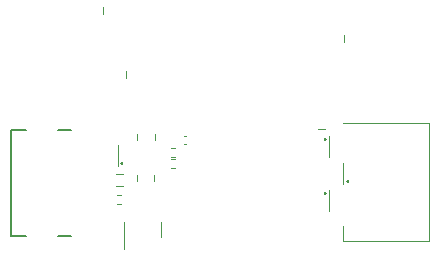
<source format=gbr>
%TF.GenerationSoftware,KiCad,Pcbnew,5.99.0-5f22025611*%
%TF.CreationDate,2021-06-18T16:30:17+00:00*%
%TF.ProjectId,driver,64726976-6572-42e6-9b69-6361645f7063,rev?*%
%TF.SameCoordinates,Original*%
%TF.FileFunction,Legend,Top*%
%TF.FilePolarity,Positive*%
%FSLAX46Y46*%
G04 Gerber Fmt 4.6, Leading zero omitted, Abs format (unit mm)*
G04 Created by KiCad (PCBNEW 5.99.0-5f22025611) date 2021-06-18 16:30:17*
%MOMM*%
%LPD*%
G01*
G04 APERTURE LIST*
%ADD10C,0.120000*%
%ADD11C,0.127000*%
G04 APERTURE END LIST*
D10*
%TO.C,D111*%
X70740000Y-79150000D02*
X70740000Y-80825000D01*
X73860000Y-79150000D02*
X73860000Y-78500000D01*
X73860000Y-79150000D02*
X73860000Y-79800000D01*
X70740000Y-79150000D02*
X70740000Y-78500000D01*
%TO.C,D112*%
X87790000Y-70670000D02*
X87210000Y-70670000D01*
%TO.C,D102*%
X70690000Y-75470000D02*
X70110000Y-75470000D01*
%TO.C,D110*%
X89370000Y-62710000D02*
X89370000Y-63290000D01*
%TO.C,D109*%
X70880000Y-66290000D02*
X70880000Y-65710000D01*
%TO.C,D104*%
X75053641Y-72980000D02*
X74746359Y-72980000D01*
X75053641Y-72220000D02*
X74746359Y-72220000D01*
%TO.C,C102*%
X73335000Y-71561252D02*
X73335000Y-71038748D01*
X71865000Y-71561252D02*
X71865000Y-71038748D01*
%TO.C,D106*%
X89325000Y-75300000D02*
X89325000Y-73500000D01*
X89700000Y-74925000D02*
X89700000Y-75125000D01*
X89700000Y-75125000D02*
X89550000Y-75025000D01*
X89550000Y-75025000D02*
X89700000Y-74925000D01*
G36*
X89700000Y-75125000D02*
G01*
X89550000Y-75025000D01*
X89700000Y-74925000D01*
X89700000Y-75125000D01*
G37*
X89700000Y-75125000D02*
X89550000Y-75025000D01*
X89700000Y-74925000D01*
X89700000Y-75125000D01*
%TO.C,R103*%
X74746359Y-73220000D02*
X75053641Y-73220000D01*
X74746359Y-73980000D02*
X75053641Y-73980000D01*
%TO.C,J102*%
X90600000Y-80170000D02*
X96569000Y-80170000D01*
X89330000Y-78900000D02*
X89330000Y-80170000D01*
X89330000Y-80170000D02*
X90600000Y-80170000D01*
X96569000Y-80170000D02*
X96569000Y-70137000D01*
X96569000Y-70137000D02*
X89330000Y-70137000D01*
D11*
%TO.C,J101*%
X65150000Y-79670000D02*
X66250000Y-79670000D01*
X65150000Y-70730000D02*
X66250000Y-70730000D01*
X61200000Y-70730000D02*
X61200000Y-79670000D01*
X61200000Y-70730000D02*
X62450000Y-70730000D01*
X61200000Y-79670000D02*
X62450000Y-79670000D01*
D10*
%TO.C,C103*%
X75792164Y-71240000D02*
X76007836Y-71240000D01*
X75792164Y-71960000D02*
X76007836Y-71960000D01*
%TO.C,D107*%
X88075000Y-71225000D02*
X88075000Y-73025000D01*
X87700000Y-71600000D02*
X87700000Y-71400000D01*
X87700000Y-71400000D02*
X87850000Y-71500000D01*
X87850000Y-71500000D02*
X87700000Y-71600000D01*
G36*
X87850000Y-71500000D02*
G01*
X87700000Y-71600000D01*
X87700000Y-71400000D01*
X87850000Y-71500000D01*
G37*
X87850000Y-71500000D02*
X87700000Y-71600000D01*
X87700000Y-71400000D01*
X87850000Y-71500000D01*
%TO.C,D103*%
X70690000Y-74470000D02*
X70110000Y-74470000D01*
%TO.C,R107*%
X70196359Y-76270000D02*
X70503641Y-76270000D01*
X70196359Y-77030000D02*
X70503641Y-77030000D01*
%TO.C,F101*%
X73285000Y-74572936D02*
X73285000Y-75027064D01*
X71815000Y-74572936D02*
X71815000Y-75027064D01*
%TO.C,D105*%
X88075000Y-75800000D02*
X88075000Y-77600000D01*
X87700000Y-76175000D02*
X87700000Y-75975000D01*
X87700000Y-75975000D02*
X87850000Y-76075000D01*
X87850000Y-76075000D02*
X87700000Y-76175000D01*
G36*
X87850000Y-76075000D02*
G01*
X87700000Y-76175000D01*
X87700000Y-75975000D01*
X87850000Y-76075000D01*
G37*
X87850000Y-76075000D02*
X87700000Y-76175000D01*
X87700000Y-75975000D01*
X87850000Y-76075000D01*
%TO.C,D101*%
X70225000Y-73800000D02*
X70225000Y-72000000D01*
X70600000Y-73425000D02*
X70600000Y-73625000D01*
X70600000Y-73625000D02*
X70450000Y-73525000D01*
X70450000Y-73525000D02*
X70600000Y-73425000D01*
G36*
X70600000Y-73625000D02*
G01*
X70450000Y-73525000D01*
X70600000Y-73425000D01*
X70600000Y-73625000D01*
G37*
X70600000Y-73625000D02*
X70450000Y-73525000D01*
X70600000Y-73425000D01*
X70600000Y-73625000D01*
%TO.C,D108*%
X68970000Y-60310000D02*
X68970000Y-60890000D01*
%TD*%
M02*

</source>
